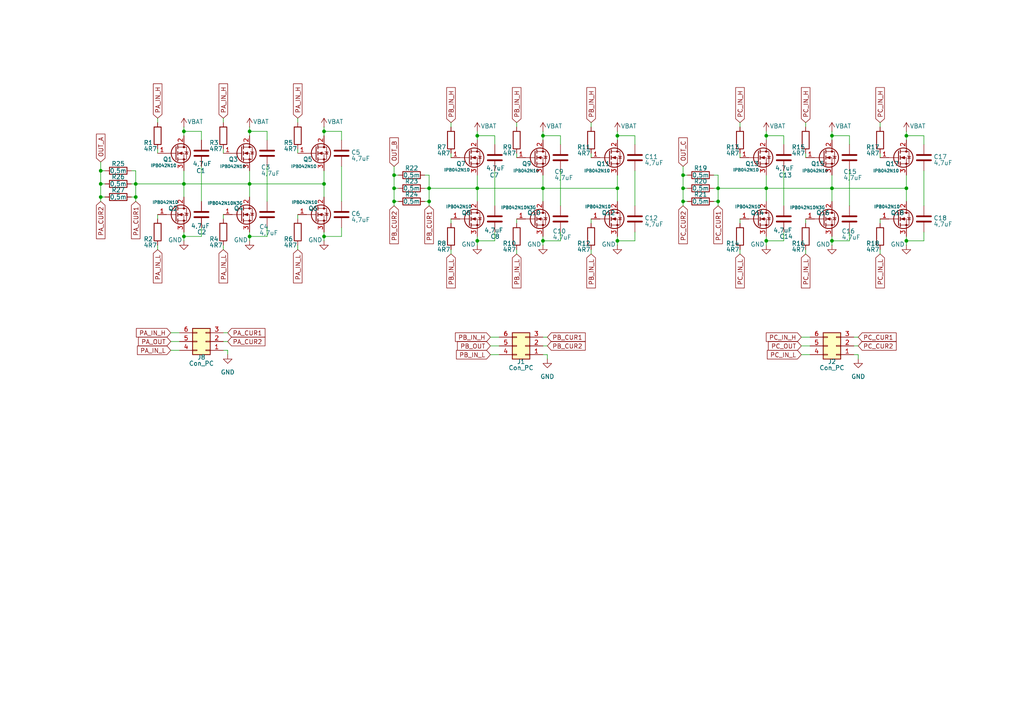
<source format=kicad_sch>
(kicad_sch (version 20250114) (generator "eeschema") (generator_version "9.0")
  (paper "A4")
  (lib_symbols
    (symbol "Connector_Generic:Conn_02x03_Top_Bottom" (pin_names (offset 1.016) (hide yes))
      (property "Reference" "J" (at 1.27 5.08 0))
      (property "Value" "Conn_02x03_Top_Bottom" (at 1.27 -5.08 0))
      (symbol "Conn_02x03_Top_Bottom_1_1"
        (rectangle (start -1.27 3.81) (end 3.81 -3.81) (stroke (width 0.254)) (fill (type background)))
        (rectangle (start -1.27 2.667) (end 0 2.413) (stroke (width 0.1524)))
        (rectangle (start -1.27 0.127) (end 0 -0.127) (stroke (width 0.1524)))
        (rectangle (start -1.27 -2.413) (end 0 -2.667) (stroke (width 0.1524)))
        (rectangle (start 3.81 2.667) (end 2.54 2.413) (stroke (width 0.1524)))
        (rectangle (start 3.81 0.127) (end 2.54 -0.127) (stroke (width 0.1524)))
        (rectangle (start 3.81 -2.413) (end 2.54 -2.667) (stroke (width 0.1524)))
        (pin passive line (at -5.08 2.54 0) (length 3.81) (name "Pin_1") (number "1"))
        (pin passive line (at -5.08 0 0) (length 3.81) (name "Pin_2") (number "2"))
        (pin passive line (at -5.08 -2.54 0) (length 3.81) (name "Pin_3") (number "3"))
        (pin passive line (at 7.62 2.54 180) (length 3.81) (name "Pin_4") (number "4"))
        (pin passive line (at 7.62 0 180) (length 3.81) (name "Pin_5") (number "5"))
        (pin passive line (at 7.62 -2.54 180) (length 3.81) (name "Pin_6") (number "6"))
      )
    )
    (symbol "Device:C" (pin_numbers (hide yes)) (pin_names (offset 0.254))
      (property "Reference" "C" (at 0.635 2.54 0))
      (property "Value" "C" (at 0.635 -2.54 0))
      (symbol "C_0_1"
        (polyline (pts (xy -2.032 0.762) (xy 2.032 0.762)) (stroke (width 0.508)))
        (polyline (pts (xy -2.032 -0.762) (xy 2.032 -0.762)) (stroke (width 0.508)))
      )
      (symbol "C_1_1"
        (pin passive line (at 0 3.81 270) (length 2.794) (name "~") (number "1"))
        (pin passive line (at 0 -3.81 90) (length 2.794) (name "~") (number "2"))
      )
    )
    (symbol "Device:R" (pin_numbers (hide yes)) (pin_names (offset 0))
      (property "Reference" "R" (at 2.032 0 90))
      (property "Value" "R" (at 0 0 90))
      (symbol "R_0_1"
        (rectangle (start -1.016 -2.54) (end 1.016 2.54) (stroke (width 0.254)))
      )
      (symbol "R_1_1"
        (pin passive line (at 0 3.81 270) (length 1.27) (name "~") (number "1"))
        (pin passive line (at 0 -3.81 90) (length 1.27) (name "~") (number "2"))
      )
    )
    (symbol "Transistor_FET:IRFS4321" (pin_names (hide yes))
      (property "Reference" "Q" (at 5.08 1.905 0))
      (property "Value" "IRFS4321" (at 5.08 0 0))
      (symbol "IRFS4321_0_1"
        (polyline (pts (xy 0.254 1.905) (xy 0.254 -1.905)) (stroke (width 0.254)))
        (polyline (pts (xy 0.254 0) (xy -2.54 0)))
        (polyline (pts (xy 0.762 2.286) (xy 0.762 1.27)) (stroke (width 0.254)))
        (polyline (pts (xy 0.762 0.508) (xy 0.762 -0.508)) (stroke (width 0.254)))
        (polyline (pts (xy 0.762 -1.27) (xy 0.762 -2.286)) (stroke (width 0.254)))
        (polyline (pts (xy 0.762 -1.778) (xy 3.302 -1.778) (xy 3.302 1.778) (xy 0.762 1.778)))
        (polyline (pts (xy 1.016 0) (xy 2.032 0.381) (xy 2.032 -0.381) (xy 1.016 0)) (fill (type outline)))
        (circle (center 1.651 0) (radius 2.794) (stroke (width 0.254)))
        (polyline (pts (xy 2.54 2.54) (xy 2.54 1.778)))
        (circle (center 2.54 1.778) (radius 0.254) (fill (type outline)))
        (circle (center 2.54 -1.778) (radius 0.254) (fill (type outline)))
        (polyline (pts (xy 2.54 -2.54) (xy 2.54 0) (xy 0.762 0)))
        (polyline (pts (xy 2.794 0.508) (xy 2.921 0.381) (xy 3.683 0.381) (xy 3.81 0.254)))
        (polyline (pts (xy 3.302 0.381) (xy 2.921 -0.254) (xy 3.683 -0.254) (xy 3.302 0.381)))
      )
      (symbol "IRFS4321_1_1"
        (pin passive line (at -5.08 0 0) (length 2.54) (name "G") (number "1"))
        (pin passive line (at 2.54 5.08 270) (length 2.54) (name "D") (number "2"))
        (pin passive line (at 2.54 -5.08 90) (length 2.54) (name "S") (number "3"))
      )
    )
    (symbol "power:GND" (power) (pin_numbers (hide yes)) (pin_names (offset 0) (hide yes))
      (property "Value" "GND" (at 0 -3.81 0))
      (symbol "GND_0_1"
        (polyline (pts (xy 0 0) (xy 0 -1.27) (xy 1.27 -1.27) (xy 0 -2.54) (xy -1.27 -1.27) (xy 0 -1.27)))
      )
      (symbol "GND_1_1"
        (pin power_in line (at 0 0 270) (length 0) (name "~") (number "1"))
      )
    )
    (symbol "power:VCC" (power) (pin_numbers (hide yes)) (pin_names (offset 0) (hide yes))
      (property "Value" "VCC" (at 0 3.556 0))
      (symbol "VCC_0_1"
        (polyline (pts (xy -0.762 1.27) (xy 0 2.54)))
        (polyline (pts (xy 0 2.54) (xy 0.762 1.27)))
        (polyline (pts (xy 0 0) (xy 0 2.54)))
      )
      (symbol "VCC_1_1"
        (pin power_in line (at 0 0 90) (length 0) (name "~") (number "1"))
      )
    )
  )
  (junction (at 198.12 58.42))
  (junction (at 157.48 69.85))
  (junction (at 262.89 69.85))
  (junction (at 198.12 54.61))
  (junction (at 53.34 53.34))
  (junction (at 93.98 53.34))
  (junction (at 179.07 39.37))
  (junction (at 138.43 69.85))
  (junction (at 241.3 39.37))
  (junction (at 262.89 54.61))
  (junction (at 157.48 39.37))
  (junction (at 114.3 54.61))
  (junction (at 208.28 54.61))
  (junction (at 53.34 38.1))
  (junction (at 208.28 58.42))
  (junction (at 138.43 39.37))
  (junction (at 262.89 39.37))
  (junction (at 179.07 54.61))
  (junction (at 29.21 57.15))
  (junction (at 29.21 49.53))
  (junction (at 72.39 68.58))
  (junction (at 39.37 53.34))
  (junction (at 124.46 58.42))
  (junction (at 138.43 54.61))
  (junction (at 93.98 38.1))
  (junction (at 39.37 57.15))
  (junction (at 222.25 69.85))
  (junction (at 72.39 38.1))
  (junction (at 179.07 69.85))
  (junction (at 222.25 39.37))
  (junction (at 72.39 53.34))
  (junction (at 114.3 58.42))
  (junction (at 222.25 54.61))
  (junction (at 241.3 69.85))
  (junction (at 157.48 54.61))
  (junction (at 53.34 68.58))
  (junction (at 198.12 50.8))
  (junction (at 114.3 50.8))
  (junction (at 29.21 53.34))
  (junction (at 241.3 54.61))
  (junction (at 124.46 54.61))
  (junction (at 93.98 68.58))
  (wire (pts (xy 162.56 67.31) (xy 162.56 69.85)))
  (wire (pts (xy 241.3 38.1) (xy 241.3 39.37)))
  (wire (pts (xy 157.48 54.61) (xy 179.07 54.61)))
  (wire (pts (xy 246.38 67.31) (xy 246.38 69.85)))
  (wire (pts (xy 45.72 34.29) (xy 45.72 35.56)))
  (wire (pts (xy 171.45 35.56) (xy 171.45 36.83)))
  (wire (pts (xy 124.46 58.42) (xy 123.19 58.42)))
  (wire (pts (xy 53.34 36.83) (xy 53.34 38.1)))
  (wire (pts (xy 72.39 36.83) (xy 72.39 38.1)))
  (wire (pts (xy 246.38 49.53) (xy 246.38 59.69)))
  (wire (pts (xy 77.47 38.1) (xy 72.39 38.1)))
  (wire (pts (xy 64.77 101.6) (xy 66.04 101.6)))
  (wire (pts (xy 99.06 38.1) (xy 93.98 38.1)))
  (wire (pts (xy 232.41 100.33) (xy 234.95 100.33)))
  (wire (pts (xy 184.15 41.91) (xy 184.15 39.37)))
  (wire (pts (xy 138.43 39.37) (xy 138.43 40.64)))
  (wire (pts (xy 93.98 67.31) (xy 93.98 68.58)))
  (wire (pts (xy 29.21 57.15) (xy 30.48 57.15)))
  (wire (pts (xy 247.65 102.87) (xy 248.92 102.87)))
  (wire (pts (xy 227.33 49.53) (xy 227.33 59.69)))
  (wire (pts (xy 157.48 100.33) (xy 158.75 100.33)))
  (wire (pts (xy 158.75 102.87) (xy 158.75 104.14)))
  (wire (pts (xy 179.07 71.12) (xy 179.07 69.85)))
  (wire (pts (xy 72.39 49.53) (xy 72.39 53.34)))
  (wire (pts (xy 222.25 50.8) (xy 222.25 54.61)))
  (wire (pts (xy 149.86 35.56) (xy 149.86 36.83)))
  (wire (pts (xy 222.25 71.12) (xy 222.25 69.85)))
  (wire (pts (xy 58.42 38.1) (xy 53.34 38.1)))
  (wire (pts (xy 114.3 58.42) (xy 115.57 58.42)))
  (wire (pts (xy 29.21 46.99) (xy 29.21 49.53)))
  (wire (pts (xy 222.25 54.61) (xy 241.3 54.61)))
  (wire (pts (xy 143.51 67.31) (xy 143.51 69.85)))
  (wire (pts (xy 114.3 50.8) (xy 114.3 54.61)))
  (wire (pts (xy 198.12 50.8) (xy 199.39 50.8)))
  (wire (pts (xy 157.48 38.1) (xy 157.48 39.37)))
  (wire (pts (xy 171.45 72.39) (xy 171.45 73.66)))
  (wire (pts (xy 29.21 49.53) (xy 30.48 49.53)))
  (wire (pts (xy 222.25 69.85) (xy 227.33 69.85)))
  (wire (pts (xy 86.36 34.29) (xy 86.36 35.56)))
  (wire (pts (xy 267.97 41.91) (xy 267.97 39.37)))
  (wire (pts (xy 45.72 62.23) (xy 45.72 63.5)))
  (wire (pts (xy 232.41 97.79) (xy 234.95 97.79)))
  (wire (pts (xy 233.68 63.5) (xy 233.68 64.77)))
  (wire (pts (xy 124.46 50.8) (xy 123.19 50.8)))
  (wire (pts (xy 267.97 67.31) (xy 267.97 69.85)))
  (wire (pts (xy 241.3 54.61) (xy 241.3 58.42)))
  (wire (pts (xy 247.65 100.33) (xy 248.92 100.33)))
  (wire (pts (xy 162.56 49.53) (xy 162.56 59.69)))
  (wire (pts (xy 53.34 49.53) (xy 53.34 53.34)))
  (wire (pts (xy 222.25 54.61) (xy 222.25 58.42)))
  (wire (pts (xy 64.77 43.18) (xy 64.77 44.45)))
  (wire (pts (xy 208.28 50.8) (xy 208.28 54.61)))
  (wire (pts (xy 262.89 38.1) (xy 262.89 39.37)))
  (wire (pts (xy 114.3 54.61) (xy 114.3 58.42)))
  (wire (pts (xy 93.98 53.34) (xy 93.98 57.15)))
  (wire (pts (xy 267.97 49.53) (xy 267.97 59.69)))
  (wire (pts (xy 198.12 58.42) (xy 199.39 58.42)))
  (wire (pts (xy 93.98 49.53) (xy 93.98 53.34)))
  (wire (pts (xy 232.41 102.87) (xy 234.95 102.87)))
  (wire (pts (xy 255.27 72.39) (xy 255.27 73.66)))
  (wire (pts (xy 241.3 68.58) (xy 241.3 69.85)))
  (wire (pts (xy 53.34 68.58) (xy 58.42 68.58)))
  (wire (pts (xy 149.86 72.39) (xy 149.86 73.66)))
  (wire (pts (xy 208.28 54.61) (xy 222.25 54.61)))
  (wire (pts (xy 262.89 50.8) (xy 262.89 54.61)))
  (wire (pts (xy 39.37 53.34) (xy 53.34 53.34)))
  (wire (pts (xy 93.98 68.58) (xy 99.06 68.58)))
  (wire (pts (xy 53.34 38.1) (xy 53.34 39.37)))
  (wire (pts (xy 58.42 66.04) (xy 58.42 68.58)))
  (wire (pts (xy 72.39 69.85) (xy 72.39 68.58)))
  (wire (pts (xy 45.72 71.12) (xy 45.72 72.39)))
  (wire (pts (xy 227.33 41.91) (xy 227.33 39.37)))
  (wire (pts (xy 64.77 71.12) (xy 64.77 72.39)))
  (wire (pts (xy 179.07 39.37) (xy 179.07 40.64)))
  (wire (pts (xy 222.25 39.37) (xy 222.25 40.64)))
  (wire (pts (xy 29.21 57.15) (xy 29.21 58.42)))
  (wire (pts (xy 157.48 68.58) (xy 157.48 69.85)))
  (wire (pts (xy 222.25 68.58) (xy 222.25 69.85)))
  (wire (pts (xy 157.48 50.8) (xy 157.48 54.61)))
  (wire (pts (xy 157.48 71.12) (xy 157.48 69.85)))
  (wire (pts (xy 138.43 54.61) (xy 138.43 58.42)))
  (wire (pts (xy 114.3 54.61) (xy 115.57 54.61)))
  (wire (pts (xy 130.81 44.45) (xy 130.81 45.72)))
  (wire (pts (xy 157.48 97.79) (xy 158.75 97.79)))
  (wire (pts (xy 142.24 100.33) (xy 144.78 100.33)))
  (wire (pts (xy 58.42 48.26) (xy 58.42 58.42)))
  (wire (pts (xy 93.98 38.1) (xy 93.98 39.37)))
  (wire (pts (xy 86.36 43.18) (xy 86.36 44.45)))
  (wire (pts (xy 248.92 102.87) (xy 248.92 104.14)))
  (wire (pts (xy 124.46 58.42) (xy 124.46 59.69)))
  (wire (pts (xy 171.45 63.5) (xy 171.45 64.77)))
  (wire (pts (xy 114.3 50.8) (xy 115.57 50.8)))
  (wire (pts (xy 99.06 48.26) (xy 99.06 58.42)))
  (wire (pts (xy 130.81 72.39) (xy 130.81 73.66)))
  (wire (pts (xy 267.97 39.37) (xy 262.89 39.37)))
  (wire (pts (xy 124.46 54.61) (xy 124.46 58.42)))
  (wire (pts (xy 184.15 67.31) (xy 184.15 69.85)))
  (wire (pts (xy 233.68 44.45) (xy 233.68 45.72)))
  (wire (pts (xy 29.21 53.34) (xy 30.48 53.34)))
  (wire (pts (xy 184.15 49.53) (xy 184.15 59.69)))
  (wire (pts (xy 157.48 102.87) (xy 158.75 102.87)))
  (wire (pts (xy 143.51 39.37) (xy 138.43 39.37)))
  (wire (pts (xy 64.77 99.06) (xy 66.04 99.06)))
  (wire (pts (xy 143.51 49.53) (xy 143.51 59.69)))
  (wire (pts (xy 255.27 44.45) (xy 255.27 45.72)))
  (wire (pts (xy 64.77 96.52) (xy 66.04 96.52)))
  (wire (pts (xy 53.34 53.34) (xy 72.39 53.34)))
  (wire (pts (xy 138.43 69.85) (xy 143.51 69.85)))
  (wire (pts (xy 49.53 96.52) (xy 52.07 96.52)))
  (wire (pts (xy 262.89 69.85) (xy 267.97 69.85)))
  (wire (pts (xy 247.65 97.79) (xy 248.92 97.79)))
  (wire (pts (xy 262.89 54.61) (xy 262.89 58.42)))
  (wire (pts (xy 39.37 57.15) (xy 39.37 58.42)))
  (wire (pts (xy 198.12 50.8) (xy 198.12 54.61)))
  (wire (pts (xy 179.07 54.61) (xy 179.07 58.42)))
  (wire (pts (xy 124.46 50.8) (xy 124.46 54.61)))
  (wire (pts (xy 39.37 53.34) (xy 39.37 57.15)))
  (wire (pts (xy 198.12 58.42) (xy 198.12 59.69)))
  (wire (pts (xy 262.89 71.12) (xy 262.89 69.85)))
  (wire (pts (xy 262.89 68.58) (xy 262.89 69.85)))
  (wire (pts (xy 233.68 72.39) (xy 233.68 73.66)))
  (wire (pts (xy 99.06 66.04) (xy 99.06 68.58)))
  (wire (pts (xy 171.45 44.45) (xy 171.45 45.72)))
  (wire (pts (xy 179.07 50.8) (xy 179.07 54.61)))
  (wire (pts (xy 53.34 53.34) (xy 53.34 57.15)))
  (wire (pts (xy 246.38 41.91) (xy 246.38 39.37)))
  (wire (pts (xy 39.37 49.53) (xy 38.1 49.53)))
  (wire (pts (xy 64.77 34.29) (xy 64.77 35.56)))
  (wire (pts (xy 208.28 50.8) (xy 207.01 50.8)))
  (wire (pts (xy 64.77 62.23) (xy 64.77 63.5)))
  (wire (pts (xy 39.37 57.15) (xy 38.1 57.15)))
  (wire (pts (xy 39.37 53.34) (xy 38.1 53.34)))
  (wire (pts (xy 149.86 44.45) (xy 149.86 45.72)))
  (wire (pts (xy 124.46 54.61) (xy 138.43 54.61)))
  (wire (pts (xy 214.63 63.5) (xy 214.63 64.77)))
  (wire (pts (xy 66.04 101.6) (xy 66.04 102.87)))
  (wire (pts (xy 157.48 39.37) (xy 157.48 40.64)))
  (wire (pts (xy 208.28 54.61) (xy 208.28 58.42)))
  (wire (pts (xy 77.47 66.04) (xy 77.47 68.58)))
  (wire (pts (xy 222.25 38.1) (xy 222.25 39.37)))
  (wire (pts (xy 138.43 50.8) (xy 138.43 54.61)))
  (wire (pts (xy 246.38 39.37) (xy 241.3 39.37)))
  (wire (pts (xy 214.63 35.56) (xy 214.63 36.83)))
  (wire (pts (xy 93.98 69.85) (xy 93.98 68.58)))
  (wire (pts (xy 72.39 53.34) (xy 93.98 53.34)))
  (wire (pts (xy 45.72 43.18) (xy 45.72 44.45)))
  (wire (pts (xy 142.24 97.79) (xy 144.78 97.79)))
  (wire (pts (xy 262.89 39.37) (xy 262.89 40.64)))
  (wire (pts (xy 157.48 54.61) (xy 157.48 58.42)))
  (wire (pts (xy 53.34 67.31) (xy 53.34 68.58)))
  (wire (pts (xy 198.12 54.61) (xy 199.39 54.61)))
  (wire (pts (xy 72.39 53.34) (xy 72.39 57.15)))
  (wire (pts (xy 93.98 36.83) (xy 93.98 38.1)))
  (wire (pts (xy 255.27 35.56) (xy 255.27 36.83)))
  (wire (pts (xy 241.3 50.8) (xy 241.3 54.61)))
  (wire (pts (xy 39.37 49.53) (xy 39.37 53.34)))
  (wire (pts (xy 130.81 35.56) (xy 130.81 36.83)))
  (wire (pts (xy 179.07 69.85) (xy 184.15 69.85)))
  (wire (pts (xy 114.3 58.42) (xy 114.3 59.69)))
  (wire (pts (xy 227.33 67.31) (xy 227.33 69.85)))
  (wire (pts (xy 233.68 35.56) (xy 233.68 36.83)))
  (wire (pts (xy 179.07 38.1) (xy 179.07 39.37)))
  (wire (pts (xy 162.56 39.37) (xy 157.48 39.37)))
  (wire (pts (xy 138.43 54.61) (xy 157.48 54.61)))
  (wire (pts (xy 241.3 39.37) (xy 241.3 40.64)))
  (wire (pts (xy 143.51 41.91) (xy 143.51 39.37)))
  (wire (pts (xy 179.07 68.58) (xy 179.07 69.85)))
  (wire (pts (xy 138.43 38.1) (xy 138.43 39.37)))
  (wire (pts (xy 29.21 53.34) (xy 29.21 57.15)))
  (wire (pts (xy 214.63 44.45) (xy 214.63 45.72)))
  (wire (pts (xy 208.28 58.42) (xy 207.01 58.42)))
  (wire (pts (xy 227.33 39.37) (xy 222.25 39.37)))
  (wire (pts (xy 124.46 54.61) (xy 123.19 54.61)))
  (wire (pts (xy 49.53 101.6) (xy 52.07 101.6)))
  (wire (pts (xy 198.12 48.26) (xy 198.12 50.8)))
  (wire (pts (xy 29.21 49.53) (xy 29.21 53.34)))
  (wire (pts (xy 241.3 71.12) (xy 241.3 69.85)))
  (wire (pts (xy 138.43 71.12) (xy 138.43 69.85)))
  (wire (pts (xy 58.42 40.64) (xy 58.42 38.1)))
  (wire (pts (xy 72.39 68.58) (xy 77.47 68.58)))
  (wire (pts (xy 86.36 71.12) (xy 86.36 72.39)))
  (wire (pts (xy 114.3 48.26) (xy 114.3 50.8)))
  (wire (pts (xy 53.34 69.85) (xy 53.34 68.58)))
  (wire (pts (xy 142.24 102.87) (xy 144.78 102.87)))
  (wire (pts (xy 72.39 67.31) (xy 72.39 68.58)))
  (wire (pts (xy 49.53 99.06) (xy 52.07 99.06)))
  (wire (pts (xy 157.48 69.85) (xy 162.56 69.85)))
  (wire (pts (xy 198.12 54.61) (xy 198.12 58.42)))
  (wire (pts (xy 130.81 63.5) (xy 130.81 64.77)))
  (wire (pts (xy 184.15 39.37) (xy 179.07 39.37)))
  (wire (pts (xy 162.56 41.91) (xy 162.56 39.37)))
  (wire (pts (xy 208.28 54.61) (xy 207.01 54.61)))
  (wire (pts (xy 149.86 63.5) (xy 149.86 64.77)))
  (wire (pts (xy 86.36 62.23) (xy 86.36 63.5)))
  (wire (pts (xy 208.28 58.42) (xy 208.28 59.69)))
  (wire (pts (xy 241.3 69.85) (xy 246.38 69.85)))
  (wire (pts (xy 214.63 72.39) (xy 214.63 73.66)))
  (wire (pts (xy 77.47 40.64) (xy 77.47 38.1)))
  (wire (pts (xy 72.39 38.1) (xy 72.39 39.37)))
  (wire (pts (xy 99.06 40.64) (xy 99.06 38.1)))
  (wire (pts (xy 255.27 63.5) (xy 255.27 64.77)))
  (wire (pts (xy 138.43 68.58) (xy 138.43 69.85)))
  (wire (pts (xy 77.47 48.26) (xy 77.47 58.42)))
  (wire (pts (xy 241.3 54.61) (xy 262.89 54.61)))
  (global_label "PC_CUR2" (shape input) (at 198.12 59.69 270) (property "Intersheetrefs" "${INTERSHEET_REFS}" (effects (hide yes))))
  (global_label "PB_IN_H" (shape input) (at 130.81 35.56 90) (property "Intersheetrefs" "${INTERSHEET_REFS}" (effects (hide yes))))
  (global_label "PA_OUT" (shape input) (at 49.53 99.06 180) (property "Intersheetrefs" "${INTERSHEET_REFS}" (effects (hide yes))))
  (global_label "PA_IN_H" (shape input) (at 45.72 34.29 90) (property "Intersheetrefs" "${INTERSHEET_REFS}" (effects (hide yes))))
  (global_label "PB_IN_L" (shape input) (at 130.81 73.66 270) (property "Intersheetrefs" "${INTERSHEET_REFS}" (effects (hide yes))))
  (global_label "PC_CUR2" (shape input) (at 248.92 100.33 0) (property "Intersheetrefs" "${INTERSHEET_REFS}" (effects (hide yes))))
  (global_label "PB_IN_H" (shape input) (at 149.86 35.56 90) (property "Intersheetrefs" "${INTERSHEET_REFS}" (effects (hide yes))))
  (global_label "PA_CUR2" (shape input) (at 66.04 99.06 0) (property "Intersheetrefs" "${INTERSHEET_REFS}" (effects (hide yes))))
  (global_label "PB_IN_H" (shape input) (at 171.45 35.56 90) (property "Intersheetrefs" "${INTERSHEET_REFS}" (effects (hide yes))))
  (global_label "PC_CUR1" (shape input) (at 248.92 97.79 0) (property "Intersheetrefs" "${INTERSHEET_REFS}" (effects (hide yes))))
  (global_label "PC_IN_L" (shape input) (at 233.68 73.66 270) (property "Intersheetrefs" "${INTERSHEET_REFS}" (effects (hide yes))))
  (global_label "OUT_C" (shape input) (at 198.12 48.26 90) (property "Intersheetrefs" "${INTERSHEET_REFS}" (effects (hide yes))))
  (global_label "PC_IN_L" (shape input) (at 232.41 102.87 180) (property "Intersheetrefs" "${INTERSHEET_REFS}" (effects (hide yes))))
  (global_label "PA_IN_L" (shape input) (at 45.72 72.39 270) (property "Intersheetrefs" "${INTERSHEET_REFS}" (effects (hide yes))))
  (global_label "PC_CUR1" (shape input) (at 208.28 59.69 270) (property "Intersheetrefs" "${INTERSHEET_REFS}" (effects (hide yes))))
  (global_label "PA_CUR1" (shape input) (at 39.37 58.42 270) (property "Intersheetrefs" "${INTERSHEET_REFS}" (effects (hide yes))))
  (global_label "PB_CUR1" (shape input) (at 158.75 97.79 0) (property "Intersheetrefs" "${INTERSHEET_REFS}" (effects (hide yes))))
  (global_label "PA_IN_H" (shape input) (at 64.77 34.29 90) (property "Intersheetrefs" "${INTERSHEET_REFS}" (effects (hide yes))))
  (global_label "PB_IN_H" (shape input) (at 142.24 97.79 180) (property "Intersheetrefs" "${INTERSHEET_REFS}" (effects (hide yes))))
  (global_label "PC_IN_L" (shape input) (at 255.27 73.66 270) (property "Intersheetrefs" "${INTERSHEET_REFS}" (effects (hide yes))))
  (global_label "PC_IN_H" (shape input) (at 232.41 97.79 180) (property "Intersheetrefs" "${INTERSHEET_REFS}" (effects (hide yes))))
  (global_label "PB_OUT" (shape input) (at 142.24 100.33 180) (property "Intersheetrefs" "${INTERSHEET_REFS}" (effects (hide yes))))
  (global_label "PB_IN_L" (shape input) (at 142.24 102.87 180) (property "Intersheetrefs" "${INTERSHEET_REFS}" (effects (hide yes))))
  (global_label "PC_IN_H" (shape input) (at 255.27 35.56 90) (property "Intersheetrefs" "${INTERSHEET_REFS}" (effects (hide yes))))
  (global_label "PA_CUR2" (shape input) (at 29.21 58.42 270) (property "Intersheetrefs" "${INTERSHEET_REFS}" (effects (hide yes))))
  (global_label "OUT_A" (shape input) (at 29.21 46.99 90) (property "Intersheetrefs" "${INTERSHEET_REFS}" (effects (hide yes))))
  (global_label "PB_IN_L" (shape input) (at 171.45 73.66 270) (property "Intersheetrefs" "${INTERSHEET_REFS}" (effects (hide yes))))
  (global_label "PB_CUR1" (shape input) (at 124.46 59.69 270) (property "Intersheetrefs" "${INTERSHEET_REFS}" (effects (hide yes))))
  (global_label "PC_IN_L" (shape input) (at 214.63 73.66 270) (property "Intersheetrefs" "${INTERSHEET_REFS}" (effects (hide yes))))
  (global_label "PA_IN_L" (shape input) (at 64.77 72.39 270) (property "Intersheetrefs" "${INTERSHEET_REFS}" (effects (hide yes))))
  (global_label "PC_OUT" (shape input) (at 232.41 100.33 180) (property "Intersheetrefs" "${INTERSHEET_REFS}" (effects (hide yes))))
  (global_label "OUT_B" (shape input) (at 114.3 48.26 90) (property "Intersheetrefs" "${INTERSHEET_REFS}" (effects (hide yes))))
  (global_label "PA_IN_H" (shape input) (at 49.53 96.52 180) (property "Intersheetrefs" "${INTERSHEET_REFS}" (effects (hide yes))))
  (global_label "PA_IN_L" (shape input) (at 49.53 101.6 180) (property "Intersheetrefs" "${INTERSHEET_REFS}" (effects (hide yes))))
  (global_label "PB_CUR2" (shape input) (at 158.75 100.33 0) (property "Intersheetrefs" "${INTERSHEET_REFS}" (effects (hide yes))))
  (global_label "PA_IN_L" (shape input) (at 86.36 72.39 270) (property "Intersheetrefs" "${INTERSHEET_REFS}" (effects (hide yes))))
  (global_label "PA_CUR1" (shape input) (at 66.04 96.52 0) (property "Intersheetrefs" "${INTERSHEET_REFS}" (effects (hide yes))))
  (global_label "PC_IN_H" (shape input) (at 214.63 35.56 90) (property "Intersheetrefs" "${INTERSHEET_REFS}" (effects (hide yes))))
  (global_label "PB_CUR2" (shape input) (at 114.3 59.69 270) (property "Intersheetrefs" "${INTERSHEET_REFS}" (effects (hide yes))))
  (global_label "PC_IN_H" (shape input) (at 233.68 35.56 90) (property "Intersheetrefs" "${INTERSHEET_REFS}" (effects (hide yes))))
  (global_label "PB_IN_L" (shape input) (at 149.86 73.66 270) (property "Intersheetrefs" "${INTERSHEET_REFS}" (effects (hide yes))))
  (global_label "PA_IN_H" (shape input) (at 86.36 34.29 90) (property "Intersheetrefs" "${INTERSHEET_REFS}" (effects (hide yes))))
  (symbol (lib_id "Device:R") (at 255.27 40.64 0) (unit 1)
    (property "Reference" "R17" (at 251.206 42.672 0) (effects (justify left)))
    (property "Value" "4R7" (at 251.206 44.45 0) (effects (justify left)))
    (property "Footprint" "Resistor_SMD:R_0603_1608Metric" (effects (hide yes)))
    (property "Description" "Resistor" (effects (hide yes)))
  )
  (symbol (lib_id "Device:R") (at 45.72 67.31 0) (unit 1)
    (property "Reference" "R2" (at 41.656 69.342 0) (effects (justify left)))
    (property "Value" "4R7" (at 41.656 71.12 0) (effects (justify left)))
    (property "Footprint" "Resistor_SMD:R_0603_1608Metric" (effects (hide yes)))
    (property "Description" "Resistor" (effects (hide yes)))
  )
  (symbol (lib_id "Device:R") (at 86.36 39.37 0) (unit 1)
    (property "Reference" "R5" (at 82.296 41.402 0) (effects (justify left)))
    (property "Value" "4R7" (at 82.296 43.18 0) (effects (justify left)))
    (property "Footprint" "Resistor_SMD:R_0603_1608Metric" (effects (hide yes)))
    (property "Description" "Resistor" (effects (hide yes)))
  )
  (symbol (lib_id "power:VCC") (at 93.98 36.83 0) (unit 1)
    (property "Reference" "#PWR05" (effects (hide yes)))
    (property "Value" "VBAT" (at 97.282 35.306 0))
    (property "Description" "Power symbol creates a global label with name \"VCC\"" (effects (hide yes)))
  )
  (symbol (lib_id "Connector_Generic:Conn_02x03_Top_Bottom") (at 59.69 99.06 180) (unit 1)
    (property "Reference" "J8" (at 58.42 103.632 0))
    (property "Value" "Con_PC" (at 58.42 105.41 0))
    (property "Footprint" "Connector_PinHeader_2.54mm:PinHeader_2x03_P2.54mm_Vertical" (effects (hide yes)))
    (property "Description" "Generic connector, double row, 02x03, top/bottom pin numbering scheme (row 1: 1...pins_per_row, row2: pins_per_row+1 ... num_pins), script generated (kicad-library-utils/schlib/autogen/connector/)" (effects (hide yes)))
  )
  (symbol (lib_id "Device:C") (at 267.97 63.5 0) (unit 1)
    (property "Reference" "C18" (at 270.764 63.246 0) (effects (justify left)))
    (property "Value" "4,7uF" (at 270.764 65.024 0) (effects (justify left)))
    (property "Footprint" "Capacitor_SMD:C_1210_3225Metric" (effects (hide yes)))
    (property "Description" "Unpolarized capacitor" (effects (hide yes)))
  )
  (symbol (lib_id "Device:C") (at 99.06 62.23 0) (unit 1)
    (property "Reference" "C6" (at 101.854 61.976 0) (effects (justify left)))
    (property "Value" "4,7uF" (at 101.854 63.754 0) (effects (justify left)))
    (property "Footprint" "Capacitor_SMD:C_1210_3225Metric" (effects (hide yes)))
    (property "Description" "Unpolarized capacitor" (effects (hide yes)))
  )
  (symbol (lib_id "Transistor_FET:IRFS4321") (at 91.44 62.23 0) (unit 1)
    (property "Reference" "Q6" (at 89.408 60.452 0) (effects (justify left)))
    (property "Value" "IPB042N10" (at 84.582 58.674 0) (effects (font (size 0.889 0.889)) (justify left)))
    (property "Footprint" "Package_TO_SOT_SMD:TO-263-2" (effects (hide yes)))
    (property "Datasheet" "https://www.infineon.com/dgdl/irfs4321pbf.pdf?fileId=5546d462533600a40153563a20dd21ad" (effects (hide yes)))
    (property "Description" "85A Id, 150V Vds, 12mOhm Rds, N-Channel HEXFET Power MOSFET, D2PAK" (effects (hide yes)))
  )
  (symbol (lib_id "Device:R") (at 203.2 54.61 90) (unit 1)
    (property "Reference" "R20" (at 203.2 52.578 90))
    (property "Value" "0,5m" (at 203.2 54.61 90))
    (property "Footprint" "Resistor_SMD:R_2512_6332Metric" (effects (hide yes)))
    (property "Description" "Resistor" (effects (hide yes)))
  )
  (symbol (lib_id "Device:C") (at 99.06 44.45 0) (unit 1)
    (property "Reference" "C5" (at 101.854 44.196 0) (effects (justify left)))
    (property "Value" "4,7uF" (at 101.854 45.974 0) (effects (justify left)))
    (property "Footprint" "Capacitor_SMD:C_1210_3225Metric" (effects (hide yes)))
    (property "Description" "Unpolarized capacitor" (effects (hide yes)))
  )
  (symbol (lib_id "Transistor_FET:IRFS4321") (at 135.89 63.5 0) (unit 1)
    (property "Reference" "Q8" (at 133.858 61.722 0) (effects (justify left)))
    (property "Value" "IPB042N10" (at 129.286 59.944 0) (effects (font (size 0.889 0.889)) (justify left)))
    (property "Footprint" "Package_TO_SOT_SMD:TO-263-2" (effects (hide yes)))
    (property "Datasheet" "https://www.infineon.com/dgdl/irfs4321pbf.pdf?fileId=5546d462533600a40153563a20dd21ad" (effects (hide yes)))
    (property "Description" "85A Id, 150V Vds, 12mOhm Rds, N-Channel HEXFET Power MOSFET, D2PAK" (effects (hide yes)))
  )
  (symbol (lib_id "Transistor_FET:IRFS4321") (at 50.8 44.45 0) (unit 1)
    (property "Reference" "Q1" (at 47.244 46.228 0) (effects (justify left)))
    (property "Value" "IPB042N10" (at 43.688 48.006 0) (effects (font (size 0.889 0.889)) (justify left)))
    (property "Footprint" "Package_TO_SOT_SMD:TO-263-2" (effects (hide yes)))
    (property "Datasheet" "https://www.infineon.com/dgdl/irfs4321pbf.pdf?fileId=5546d462533600a40153563a20dd21ad" (effects (hide yes)))
    (property "Description" "85A Id, 150V Vds, 12mOhm Rds, N-Channel HEXFET Power MOSFET, D2PAK" (effects (hide yes)))
  )
  (symbol (lib_id "power:GND") (at 93.98 69.85 0) (unit 1)
    (property "Reference" "#PWR06" (effects (hide yes)))
    (property "Value" "GND" (at 91.44 69.596 0))
    (property "Description" "Power symbol creates a global label with name \"GND\" , ground" (effects (hide yes)))
  )
  (symbol (lib_id "Transistor_FET:IRFS4321") (at 154.94 45.72 0) (unit 1)
    (property "Reference" "Q9" (at 151.384 47.498 0) (effects (justify left)))
    (property "Value" "IPB042N10" (at 148.844 49.53 0) (effects (font (size 0.889 0.889)) (justify left)))
    (property "Footprint" "Package_TO_SOT_SMD:TO-263-2" (effects (hide yes)))
    (property "Datasheet" "https://www.infineon.com/dgdl/irfs4321pbf.pdf?fileId=5546d462533600a40153563a20dd21ad" (effects (hide yes)))
    (property "Description" "85A Id, 150V Vds, 12mOhm Rds, N-Channel HEXFET Power MOSFET, D2PAK" (effects (hide yes)))
  )
  (symbol (lib_id "power:GND") (at 66.04 102.87 0) (unit 1)
    (property "Reference" "#PWR019" (effects (hide yes)))
    (property "Value" "GND" (at 66.04 107.95 0))
    (property "Description" "Power symbol creates a global label with name \"GND\" , ground" (effects (hide yes)))
  )
  (symbol (lib_id "Device:R") (at 34.29 49.53 90) (unit 1)
    (property "Reference" "R25" (at 34.29 47.498 90))
    (property "Value" "0,5m" (at 34.29 49.53 90))
    (property "Footprint" "Resistor_SMD:R_2512_6332Metric" (effects (hide yes)))
    (property "Description" "Resistor" (effects (hide yes)))
  )
  (symbol (lib_id "power:VCC") (at 157.48 38.1 0) (unit 1)
    (property "Reference" "#PWR09" (effects (hide yes)))
    (property "Value" "VBAT" (at 160.782 36.576 0))
    (property "Description" "Power symbol creates a global label with name \"VCC\"" (effects (hide yes)))
  )
  (symbol (lib_id "power:GND") (at 158.75 104.14 0) (unit 1)
    (property "Reference" "#PWR020" (effects (hide yes)))
    (property "Value" "GND" (at 158.75 109.22 0))
    (property "Description" "Power symbol creates a global label with name \"GND\" , ground" (effects (hide yes)))
  )
  (symbol (lib_id "Transistor_FET:IRFS4321") (at 69.85 62.23 0) (unit 1)
    (property "Reference" "Q4" (at 67.818 60.452 0) (effects (justify left)))
    (property "Value" "IPB042N10N3G" (at 60.198 58.928 0) (effects (font (size 0.889 0.889)) (justify left)))
    (property "Footprint" "Package_TO_SOT_SMD:TO-263-2" (effects (hide yes)))
    (property "Datasheet" "https://www.infineon.com/dgdl/irfs4321pbf.pdf?fileId=5546d462533600a40153563a20dd21ad" (effects (hide yes)))
    (property "Description" "85A Id, 150V Vds, 12mOhm Rds, N-Channel HEXFET Power MOSFET, D2PAK" (effects (hide yes)))
  )
  (symbol (lib_id "Device:C") (at 246.38 45.72 0) (unit 1)
    (property "Reference" "C15" (at 244.602 49.784 0) (effects (justify left)))
    (property "Value" "4,7uF" (at 244.602 51.562 0) (effects (justify left)))
    (property "Footprint" "Capacitor_SMD:C_1210_3225Metric" (effects (hide yes)))
    (property "Description" "Unpolarized capacitor" (effects (hide yes)))
  )
  (symbol (lib_id "Device:R") (at 64.77 39.37 0) (unit 1)
    (property "Reference" "R3" (at 60.706 41.402 0) (effects (justify left)))
    (property "Value" "4R7" (at 60.706 43.18 0) (effects (justify left)))
    (property "Footprint" "Resistor_SMD:R_0603_1608Metric" (effects (hide yes)))
    (property "Description" "Resistor" (effects (hide yes)))
  )
  (symbol (lib_id "Device:R") (at 86.36 67.31 0) (unit 1)
    (property "Reference" "R6" (at 82.296 69.342 0) (effects (justify left)))
    (property "Value" "4R7" (at 82.296 71.12 0) (effects (justify left)))
    (property "Footprint" "Resistor_SMD:R_0603_1608Metric" (effects (hide yes)))
    (property "Description" "Resistor" (effects (hide yes)))
  )
  (symbol (lib_id "Transistor_FET:IRFS4321") (at 238.76 45.72 0) (unit 1)
    (property "Reference" "Q15" (at 235.204 47.498 0) (effects (justify left)))
    (property "Value" "IPB042N10" (at 232.664 49.53 0) (effects (font (size 0.889 0.889)) (justify left)))
    (property "Footprint" "Package_TO_SOT_SMD:TO-263-2" (effects (hide yes)))
    (property "Datasheet" "https://www.infineon.com/dgdl/irfs4321pbf.pdf?fileId=5546d462533600a40153563a20dd21ad" (effects (hide yes)))
    (property "Description" "85A Id, 150V Vds, 12mOhm Rds, N-Channel HEXFET Power MOSFET, D2PAK" (effects (hide yes)))
  )
  (symbol (lib_id "power:GND") (at 53.34 69.85 0) (unit 1)
    (property "Reference" "#PWR01" (effects (hide yes)))
    (property "Value" "GND" (at 50.8 69.596 0))
    (property "Description" "Power symbol creates a global label with name \"GND\" , ground" (effects (hide yes)))
  )
  (symbol (lib_id "Device:R") (at 171.45 68.58 0) (unit 1)
    (property "Reference" "R12" (at 167.386 70.612 0) (effects (justify left)))
    (property "Value" "4R7" (at 167.386 72.39 0) (effects (justify left)))
    (property "Footprint" "Resistor_SMD:R_0603_1608Metric" (effects (hide yes)))
    (property "Description" "Resistor" (effects (hide yes)))
  )
  (symbol (lib_id "Device:R") (at 149.86 68.58 0) (unit 1)
    (property "Reference" "R10" (at 145.796 70.612 0) (effects (justify left)))
    (property "Value" "4R7" (at 145.796 72.39 0) (effects (justify left)))
    (property "Footprint" "Resistor_SMD:R_0603_1608Metric" (effects (hide yes)))
    (property "Description" "Resistor" (effects (hide yes)))
  )
  (symbol (lib_id "Device:R") (at 64.77 67.31 0) (unit 1)
    (property "Reference" "R4" (at 60.706 69.342 0) (effects (justify left)))
    (property "Value" "4R7" (at 60.706 71.12 0) (effects (justify left)))
    (property "Footprint" "Resistor_SMD:R_0603_1608Metric" (effects (hide yes)))
    (property "Description" "Resistor" (effects (hide yes)))
  )
  (symbol (lib_id "Transistor_FET:IRFS4321") (at 238.76 63.5 0) (unit 1)
    (property "Reference" "Q16" (at 236.728 61.722 0) (effects (justify left)))
    (property "Value" "IPB042N10N3G" (at 229.108 60.198 0) (effects (font (size 0.889 0.889)) (justify left)))
    (property "Footprint" "Package_TO_SOT_SMD:TO-263-2" (effects (hide yes)))
    (property "Datasheet" "https://www.infineon.com/dgdl/irfs4321pbf.pdf?fileId=5546d462533600a40153563a20dd21ad" (effects (hide yes)))
    (property "Description" "85A Id, 150V Vds, 12mOhm Rds, N-Channel HEXFET Power MOSFET, D2PAK" (effects (hide yes)))
  )
  (symbol (lib_id "Device:R") (at 203.2 58.42 90) (unit 1)
    (property "Reference" "R21" (at 203.2 56.388 90))
    (property "Value" "0,5m" (at 203.2 58.42 90))
    (property "Footprint" "Resistor_SMD:R_2512_6332Metric" (effects (hide yes)))
    (property "Description" "Resistor" (effects (hide yes)))
  )
  (symbol (lib_id "Device:R") (at 171.45 40.64 0) (unit 1)
    (property "Reference" "R11" (at 167.386 42.672 0) (effects (justify left)))
    (property "Value" "4R7" (at 167.386 44.45 0) (effects (justify left)))
    (property "Footprint" "Resistor_SMD:R_0603_1608Metric" (effects (hide yes)))
    (property "Description" "Resistor" (effects (hide yes)))
  )
  (symbol (lib_id "Device:R") (at 214.63 40.64 0) (unit 1)
    (property "Reference" "R13" (at 210.566 42.672 0) (effects (justify left)))
    (property "Value" "4R7" (at 210.566 44.45 0) (effects (justify left)))
    (property "Footprint" "Resistor_SMD:R_0603_1608Metric" (effects (hide yes)))
    (property "Description" "Resistor" (effects (hide yes)))
  )
  (symbol (lib_id "Transistor_FET:IRFS4321") (at 135.89 45.72 0) (unit 1)
    (property "Reference" "Q7" (at 132.334 47.498 0) (effects (justify left)))
    (property "Value" "IPB042N10" (at 128.778 49.276 0) (effects (font (size 0.889 0.889)) (justify left)))
    (property "Footprint" "Package_TO_SOT_SMD:TO-263-2" (effects (hide yes)))
    (property "Datasheet" "https://www.infineon.com/dgdl/irfs4321pbf.pdf?fileId=5546d462533600a40153563a20dd21ad" (effects (hide yes)))
    (property "Description" "85A Id, 150V Vds, 12mOhm Rds, N-Channel HEXFET Power MOSFET, D2PAK" (effects (hide yes)))
  )
  (symbol (lib_id "Device:R") (at 149.86 40.64 0) (unit 1)
    (property "Reference" "R9" (at 145.796 42.672 0) (effects (justify left)))
    (property "Value" "4R7" (at 145.796 44.45 0) (effects (justify left)))
    (property "Footprint" "Resistor_SMD:R_0603_1608Metric" (effects (hide yes)))
    (property "Description" "Resistor" (effects (hide yes)))
  )
  (symbol (lib_id "Device:C") (at 162.56 45.72 0) (unit 1)
    (property "Reference" "C9" (at 160.782 49.784 0) (effects (justify left)))
    (property "Value" "4,7uF" (at 160.782 51.562 0) (effects (justify left)))
    (property "Footprint" "Capacitor_SMD:C_1210_3225Metric" (effects (hide yes)))
    (property "Description" "Unpolarized capacitor" (effects (hide yes)))
  )
  (symbol (lib_id "Device:C") (at 227.33 45.72 0) (unit 1)
    (property "Reference" "C13" (at 225.806 50.8 0) (effects (justify left)))
    (property "Value" "4,7uF" (at 224.79 48.768 0) (effects (justify left)))
    (property "Footprint" "Capacitor_SMD:C_1210_3225Metric" (effects (hide yes)))
    (property "Description" "Unpolarized capacitor" (effects (hide yes)))
  )
  (symbol (lib_id "power:GND") (at 262.89 71.12 0) (unit 1)
    (property "Reference" "#PWR018" (effects (hide yes)))
    (property "Value" "GND" (at 260.35 70.866 0))
    (property "Description" "Power symbol creates a global label with name \"GND\" , ground" (effects (hide yes)))
  )
  (symbol (lib_id "power:VCC") (at 72.39 36.83 0) (unit 1)
    (property "Reference" "#PWR03" (effects (hide yes)))
    (property "Value" "VBAT" (at 75.692 35.306 0))
    (property "Description" "Power symbol creates a global label with name \"VCC\"" (effects (hide yes)))
  )
  (symbol (lib_id "Transistor_FET:IRFS4321") (at 260.35 63.5 0) (unit 1)
    (property "Reference" "Q18" (at 258.318 61.722 0) (effects (justify left)))
    (property "Value" "IPB042N10" (at 253.492 59.944 0) (effects (font (size 0.889 0.889)) (justify left)))
    (property "Footprint" "Package_TO_SOT_SMD:TO-263-2" (effects (hide yes)))
    (property "Datasheet" "https://www.infineon.com/dgdl/irfs4321pbf.pdf?fileId=5546d462533600a40153563a20dd21ad" (effects (hide yes)))
    (property "Description" "85A Id, 150V Vds, 12mOhm Rds, N-Channel HEXFET Power MOSFET, D2PAK" (effects (hide yes)))
  )
  (symbol (lib_id "Transistor_FET:IRFS4321") (at 176.53 63.5 0) (unit 1)
    (property "Reference" "Q12" (at 174.498 61.722 0) (effects (justify left)))
    (property "Value" "IPB042N10" (at 169.672 59.944 0) (effects (font (size 0.889 0.889)) (justify left)))
    (property "Footprint" "Package_TO_SOT_SMD:TO-263-2" (effects (hide yes)))
    (property "Datasheet" "https://www.infineon.com/dgdl/irfs4321pbf.pdf?fileId=5546d462533600a40153563a20dd21ad" (effects (hide yes)))
    (property "Description" "85A Id, 150V Vds, 12mOhm Rds, N-Channel HEXFET Power MOSFET, D2PAK" (effects (hide yes)))
  )
  (symbol (lib_id "Device:C") (at 143.51 63.5 0) (unit 1)
    (property "Reference" "C8" (at 142.24 68.58 0) (effects (justify left)))
    (property "Value" "4,7uF" (at 140.462 66.802 0) (effects (justify left)))
    (property "Footprint" "Capacitor_SMD:C_1210_3225Metric" (effects (hide yes)))
    (property "Description" "Unpolarized capacitor" (effects (hide yes)))
  )
  (symbol (lib_id "power:GND") (at 72.39 69.85 0) (unit 1)
    (property "Reference" "#PWR04" (effects (hide yes)))
    (property "Value" "GND" (at 69.85 69.596 0))
    (property "Description" "Power symbol creates a global label with name \"GND\" , ground" (effects (hide yes)))
  )
  (symbol (lib_id "Device:R") (at 203.2 50.8 90) (unit 1)
    (property "Reference" "R19" (at 203.2 48.768 90))
    (property "Value" "0,5m" (at 203.2 50.8 90))
    (property "Footprint" "Resistor_SMD:R_2512_6332Metric" (effects (hide yes)))
    (property "Description" "Resistor" (effects (hide yes)))
  )
  (symbol (lib_id "power:GND") (at 222.25 71.12 0) (unit 1)
    (property "Reference" "#PWR014" (effects (hide yes)))
    (property "Value" "GND" (at 219.71 70.866 0))
    (property "Description" "Power symbol creates a global label with name \"GND\" , ground" (effects (hide yes)))
  )
  (symbol (lib_id "Device:R") (at 119.38 50.8 90) (unit 1)
    (property "Reference" "R22" (at 119.38 48.768 90))
    (property "Value" "0,5m" (at 119.38 50.8 90))
    (property "Footprint" "Resistor_SMD:R_2512_6332Metric" (effects (hide yes)))
    (property "Description" "Resistor" (effects (hide yes)))
  )
  (symbol (lib_id "Device:R") (at 255.27 68.58 0) (unit 1)
    (property "Reference" "R18" (at 251.206 70.612 0) (effects (justify left)))
    (property "Value" "4R7" (at 251.206 72.39 0) (effects (justify left)))
    (property "Footprint" "Resistor_SMD:R_0603_1608Metric" (effects (hide yes)))
    (property "Description" "Resistor" (effects (hide yes)))
  )
  (symbol (lib_id "Device:C") (at 143.51 45.72 0) (unit 1)
    (property "Reference" "C7" (at 141.986 50.8 0) (effects (justify left)))
    (property "Value" "4,7uF" (at 140.97 48.768 0) (effects (justify left)))
    (property "Footprint" "Capacitor_SMD:C_1210_3225Metric" (effects (hide yes)))
    (property "Description" "Unpolarized capacitor" (effects (hide yes)))
  )
  (symbol (lib_id "Device:C") (at 227.33 63.5 0) (unit 1)
    (property "Reference" "C14" (at 226.06 68.58 0) (effects (justify left)))
    (property "Value" "4,7uF" (at 224.282 66.802 0) (effects (justify left)))
    (property "Footprint" "Capacitor_SMD:C_1210_3225Metric" (effects (hide yes)))
    (property "Description" "Unpolarized capacitor" (effects (hide yes)))
  )
  (symbol (lib_id "Device:C") (at 184.15 45.72 0) (unit 1)
    (property "Reference" "C11" (at 186.944 45.466 0) (effects (justify left)))
    (property "Value" "4,7uF" (at 186.944 47.244 0) (effects (justify left)))
    (property "Footprint" "Capacitor_SMD:C_1210_3225Metric" (effects (hide yes)))
    (property "Description" "Unpolarized capacitor" (effects (hide yes)))
  )
  (symbol (lib_id "Device:C") (at 77.47 62.23 0) (unit 1)
    (property "Reference" "C4" (at 75.184 65.786 0) (effects (justify left)))
    (property "Value" "4,7uF" (at 75.184 67.564 0) (effects (justify left)))
    (property "Footprint" "Capacitor_SMD:C_1210_3225Metric" (effects (hide yes)))
    (property "Description" "Unpolarized capacitor" (effects (hide yes)))
  )
  (symbol (lib_id "Transistor_FET:IRFS4321") (at 91.44 44.45 0) (unit 1)
    (property "Reference" "Q5" (at 87.884 46.228 0) (effects (justify left)))
    (property "Value" "IPB042N10" (at 84.328 48.26 0) (effects (font (size 0.889 0.889)) (justify left)))
    (property "Footprint" "Package_TO_SOT_SMD:TO-263-2" (effects (hide yes)))
    (property "Datasheet" "https://www.infineon.com/dgdl/irfs4321pbf.pdf?fileId=5546d462533600a40153563a20dd21ad" (effects (hide yes)))
    (property "Description" "85A Id, 150V Vds, 12mOhm Rds, N-Channel HEXFET Power MOSFET, D2PAK" (effects (hide yes)))
  )
  (symbol (lib_id "Device:C") (at 267.97 45.72 0) (unit 1)
    (property "Reference" "C17" (at 270.764 45.466 0) (effects (justify left)))
    (property "Value" "4,7uF" (at 270.764 47.244 0) (effects (justify left)))
    (property "Footprint" "Capacitor_SMD:C_1210_3225Metric" (effects (hide yes)))
    (property "Description" "Unpolarized capacitor" (effects (hide yes)))
  )
  (symbol (lib_id "Transistor_FET:IRFS4321") (at 154.94 63.5 0) (unit 1)
    (property "Reference" "Q10" (at 152.908 61.722 0) (effects (justify left)))
    (property "Value" "IPB042N10N3G" (at 145.288 60.198 0) (effects (font (size 0.889 0.889)) (justify left)))
    (property "Footprint" "Package_TO_SOT_SMD:TO-263-2" (effects (hide yes)))
    (property "Datasheet" "https://www.infineon.com/dgdl/irfs4321pbf.pdf?fileId=5546d462533600a40153563a20dd21ad" (effects (hide yes)))
    (property "Description" "85A Id, 150V Vds, 12mOhm Rds, N-Channel HEXFET Power MOSFET, D2PAK" (effects (hide yes)))
  )
  (symbol (lib_id "power:VCC") (at 262.89 38.1 0) (unit 1)
    (property "Reference" "#PWR017" (effects (hide yes)))
    (property "Value" "VBAT" (at 266.192 36.576 0))
    (property "Description" "Power symbol creates a global label with name \"VCC\"" (effects (hide yes)))
  )
  (symbol (lib_id "power:GND") (at 138.43 71.12 0) (unit 1)
    (property "Reference" "#PWR08" (effects (hide yes)))
    (property "Value" "GND" (at 135.89 70.866 0))
    (property "Description" "Power symbol creates a global label with name \"GND\" , ground" (effects (hide yes)))
  )
  (symbol (lib_id "Device:C") (at 246.38 63.5 0) (unit 1)
    (property "Reference" "C16" (at 244.094 67.056 0) (effects (justify left)))
    (property "Value" "4,7uF" (at 244.094 68.834 0) (effects (justify left)))
    (property "Footprint" "Capacitor_SMD:C_1210_3225Metric" (effects (hide yes)))
    (property "Description" "Unpolarized capacitor" (effects (hide yes)))
  )
  (symbol (lib_id "Connector_Generic:Conn_02x03_Top_Bottom") (at 242.57 100.33 180) (unit 1)
    (property "Reference" "J2" (at 241.3 104.902 0))
    (property "Value" "Con_PC" (at 241.3 106.68 0))
    (property "Footprint" "Connector_PinHeader_2.54mm:PinHeader_2x03_P2.54mm_Vertical" (effects (hide yes)))
    (property "Description" "Generic connector, double row, 02x03, top/bottom pin numbering scheme (row 1: 1...pins_per_row, row2: pins_per_row+1 ... num_pins), script generated (kicad-library-utils/schlib/autogen/connector/)" (effects (hide yes)))
  )
  (symbol (lib_id "power:GND") (at 248.92 104.14 0) (unit 1)
    (property "Reference" "#PWR021" (effects (hide yes)))
    (property "Value" "GND" (at 248.92 109.22 0))
    (property "Description" "Power symbol creates a global label with name \"GND\" , ground" (effects (hide yes)))
  )
  (symbol (lib_id "Device:R") (at 34.29 53.34 90) (unit 1)
    (property "Reference" "R26" (at 34.29 51.308 90))
    (property "Value" "0,5m" (at 34.29 53.34 90))
    (property "Footprint" "Resistor_SMD:R_2512_6332Metric" (effects (hide yes)))
    (property "Description" "Resistor" (effects (hide yes)))
  )
  (symbol (lib_id "Device:C") (at 58.42 44.45 0) (unit 1)
    (property "Reference" "C1" (at 56.896 49.53 0) (effects (justify left)))
    (property "Value" "4,7uF" (at 55.88 47.498 0) (effects (justify left)))
    (property "Footprint" "Capacitor_SMD:C_1210_3225Metric" (effects (hide yes)))
    (property "Description" "Unpolarized capacitor" (effects (hide yes)))
  )
  (symbol (lib_id "Transistor_FET:IRFS4321") (at 69.85 44.45 0) (unit 1)
    (property "Reference" "Q3" (at 66.294 46.228 0) (effects (justify left)))
    (property "Value" "IPB042N10" (at 63.754 48.26 0) (effects (font (size 0.889 0.889)) (justify left)))
    (property "Footprint" "Package_TO_SOT_SMD:TO-263-2" (effects (hide yes)))
    (property "Datasheet" "https://www.infineon.com/dgdl/irfs4321pbf.pdf?fileId=5546d462533600a40153563a20dd21ad" (effects (hide yes)))
    (property "Description" "85A Id, 150V Vds, 12mOhm Rds, N-Channel HEXFET Power MOSFET, D2PAK" (effects (hide yes)))
  )
  (symbol (lib_id "power:VCC") (at 53.34 36.83 0) (unit 1)
    (property "Reference" "#PWR02" (effects (hide yes)))
    (property "Value" "VBAT" (at 56.642 35.306 0))
    (property "Description" "Power symbol creates a global label with name \"VCC\"" (effects (hide yes)))
  )
  (symbol (lib_id "Transistor_FET:IRFS4321") (at 219.71 63.5 0) (unit 1)
    (property "Reference" "Q14" (at 217.678 61.722 0) (effects (justify left)))
    (property "Value" "IPB042N10" (at 213.106 59.944 0) (effects (font (size 0.889 0.889)) (justify left)))
    (property "Footprint" "Package_TO_SOT_SMD:TO-263-2" (effects (hide yes)))
    (property "Datasheet" "https://www.infineon.com/dgdl/irfs4321pbf.pdf?fileId=5546d462533600a40153563a20dd21ad" (effects (hide yes)))
    (property "Description" "85A Id, 150V Vds, 12mOhm Rds, N-Channel HEXFET Power MOSFET, D2PAK" (effects (hide yes)))
  )
  (symbol (lib_id "Connector_Generic:Conn_02x03_Top_Bottom") (at 152.4 100.33 180) (unit 1)
    (property "Reference" "J1" (at 151.13 104.902 0))
    (property "Value" "Con_PC" (at 151.13 106.68 0))
    (property "Footprint" "Connector_PinHeader_2.54mm:PinHeader_2x03_P2.54mm_Vertical" (effects (hide yes)))
    (property "Description" "Generic connector, double row, 02x03, top/bottom pin numbering scheme (row 1: 1...pins_per_row, row2: pins_per_row+1 ... num_pins), script generated (kicad-library-utils/schlib/autogen/connector/)" (effects (hide yes)))
  )
  (symbol (lib_id "power:GND") (at 241.3 71.12 0) (unit 1)
    (property "Reference" "#PWR016" (effects (hide yes)))
    (property "Value" "GND" (at 238.76 70.866 0))
    (property "Description" "Power symbol creates a global label with name \"GND\" , ground" (effects (hide yes)))
  )
  (symbol (lib_id "Transistor_FET:IRFS4321") (at 50.8 62.23 0) (unit 1)
    (property "Reference" "Q2" (at 48.768 60.452 0) (effects (justify left)))
    (property "Value" "IPB042N10" (at 44.196 58.674 0) (effects (font (size 0.889 0.889)) (justify left)))
    (property "Footprint" "Package_TO_SOT_SMD:TO-263-2" (effects (hide yes)))
    (property "Datasheet" "https://www.infineon.com/dgdl/irfs4321pbf.pdf?fileId=5546d462533600a40153563a20dd21ad" (effects (hide yes)))
    (property "Description" "85A Id, 150V Vds, 12mOhm Rds, N-Channel HEXFET Power MOSFET, D2PAK" (effects (hide yes)))
  )
  (symbol (lib_id "Device:R") (at 233.68 68.58 0) (unit 1)
    (property "Reference" "R16" (at 229.616 70.612 0) (effects (justify left)))
    (property "Value" "4R7" (at 229.616 72.39 0) (effects (justify left)))
    (property "Footprint" "Resistor_SMD:R_0603_1608Metric" (effects (hide yes)))
    (property "Description" "Resistor" (effects (hide yes)))
  )
  (symbol (lib_id "Device:R") (at 214.63 68.58 0) (unit 1)
    (property "Reference" "R14" (at 210.566 70.612 0) (effects (justify left)))
    (property "Value" "4R7" (at 210.566 72.39 0) (effects (justify left)))
    (property "Footprint" "Resistor_SMD:R_0603_1608Metric" (effects (hide yes)))
    (property "Description" "Resistor" (effects (hide yes)))
  )
  (symbol (lib_id "Device:R") (at 45.72 39.37 0) (unit 1)
    (property "Reference" "R1" (at 41.656 41.402 0) (effects (justify left)))
    (property "Value" "4R7" (at 41.656 43.18 0) (effects (justify left)))
    (property "Footprint" "Resistor_SMD:R_0603_1608Metric" (effects (hide yes)))
    (property "Description" "Resistor" (effects (hide yes)))
  )
  (symbol (lib_id "Device:C") (at 162.56 63.5 0) (unit 1)
    (property "Reference" "C10" (at 160.274 67.056 0) (effects (justify left)))
    (property "Value" "4,7uF" (at 160.274 68.834 0) (effects (justify left)))
    (property "Footprint" "Capacitor_SMD:C_1210_3225Metric" (effects (hide yes)))
    (property "Description" "Unpolarized capacitor" (effects (hide yes)))
  )
  (symbol (lib_id "power:GND") (at 179.07 71.12 0) (unit 1)
    (property "Reference" "#PWR012" (effects (hide yes)))
    (property "Value" "GND" (at 176.53 70.866 0))
    (property "Description" "Power symbol creates a global label with name \"GND\" , ground" (effects (hide yes)))
  )
  (symbol (lib_id "power:VCC") (at 179.07 38.1 0) (unit 1)
    (property "Reference" "#PWR011" (effects (hide yes)))
    (property "Value" "VBAT" (at 182.372 36.576 0))
    (property "Description" "Power symbol creates a global label with name \"VCC\"" (effects (hide yes)))
  )
  (symbol (lib_id "Device:R") (at 130.81 68.58 0) (unit 1)
    (property "Reference" "R8" (at 126.746 70.612 0) (effects (justify left)))
    (property "Value" "4R7" (at 126.746 72.39 0) (effects (justify left)))
    (property "Footprint" "Resistor_SMD:R_0603_1608Metric" (effects (hide yes)))
    (property "Description" "Resistor" (effects (hide yes)))
  )
  (symbol (lib_id "power:VCC") (at 241.3 38.1 0) (unit 1)
    (property "Reference" "#PWR015" (effects (hide yes)))
    (property "Value" "VBAT" (at 244.602 36.576 0))
    (property "Description" "Power symbol creates a global label with name \"VCC\"" (effects (hide yes)))
  )
  (symbol (lib_id "Device:C") (at 58.42 62.23 0) (unit 1)
    (property "Reference" "C2" (at 57.15 67.31 0) (effects (justify left)))
    (property "Value" "4,7uF" (at 55.372 65.532 0) (effects (justify left)))
    (property "Footprint" "Capacitor_SMD:C_1210_3225Metric" (effects (hide yes)))
    (property "Description" "Unpolarized capacitor" (effects (hide yes)))
  )
  (symbol (lib_id "Device:R") (at 233.68 40.64 0) (unit 1)
    (property "Reference" "R15" (at 229.616 42.672 0) (effects (justify left)))
    (property "Value" "4R7" (at 229.616 44.45 0) (effects (justify left)))
    (property "Footprint" "Resistor_SMD:R_0603_1608Metric" (effects (hide yes)))
    (property "Description" "Resistor" (effects (hide yes)))
  )
  (symbol (lib_id "power:VCC") (at 222.25 38.1 0) (unit 1)
    (property "Reference" "#PWR013" (effects (hide yes)))
    (property "Value" "VBAT" (at 225.552 36.576 0))
    (property "Description" "Power symbol creates a global label with name \"VCC\"" (effects (hide yes)))
  )
  (symbol (lib_id "Transistor_FET:IRFS4321") (at 176.53 45.72 0) (unit 1)
    (property "Reference" "Q11" (at 172.974 47.498 0) (effects (justify left)))
    (property "Value" "IPB042N10" (at 169.418 49.53 0) (effects (font (size 0.889 0.889)) (justify left)))
    (property "Footprint" "Package_TO_SOT_SMD:TO-263-2" (effects (hide yes)))
    (property "Datasheet" "https://www.infineon.com/dgdl/irfs4321pbf.pdf?fileId=5546d462533600a40153563a20dd21ad" (effects (hide yes)))
    (property "Description" "85A Id, 150V Vds, 12mOhm Rds, N-Channel HEXFET Power MOSFET, D2PAK" (effects (hide yes)))
  )
  (symbol (lib_id "Device:R") (at 34.29 57.15 90) (unit 1)
    (property "Reference" "R27" (at 34.29 55.118 90))
    (property "Value" "0,5m" (at 34.29 57.15 90))
    (property "Footprint" "Resistor_SMD:R_2512_6332Metric" (effects (hide yes)))
    (property "Description" "Resistor" (effects (hide yes)))
  )
  (symbol (lib_id "Device:C") (at 77.47 44.45 0) (unit 1)
    (property "Reference" "C3" (at 75.692 48.514 0) (effects (justify left)))
    (property "Value" "4,7uF" (at 75.692 50.292 0) (effects (justify left)))
    (property "Footprint" "Capacitor_SMD:C_1210_3225Metric" (effects (hide yes)))
    (property "Description" "Unpolarized capacitor" (effects (hide yes)))
  )
  (symbol (lib_id "Device:R") (at 119.38 54.61 90) (unit 1)
    (property "Reference" "R23" (at 119.38 52.578 90))
    (property "Value" "0,5m" (at 119.38 54.61 90))
    (property "Footprint" "Resistor_SMD:R_2512_6332Metric" (effects (hide yes)))
    (property "Description" "Resistor" (effects (hide yes)))
  )
  (symbol (lib_id "Device:C") (at 184.15 63.5 0) (unit 1)
    (property "Reference" "C12" (at 186.944 63.246 0) (effects (justify left)))
    (property "Value" "4,7uF" (at 186.944 65.024 0) (effects (justify left)))
    (property "Footprint" "Capacitor_SMD:C_1210_3225Metric" (effects (hide yes)))
    (property "Description" "Unpolarized capacitor" (effects (hide yes)))
  )
  (symbol (lib_id "Device:R") (at 130.81 40.64 0) (unit 1)
    (property "Reference" "R7" (at 126.746 42.672 0) (effects (justify left)))
    (property "Value" "4R7" (at 126.746 44.45 0) (effects (justify left)))
    (property "Footprint" "Resistor_SMD:R_0603_1608Metric" (effects (hide yes)))
    (property "Description" "Resistor" (effects (hide yes)))
  )
  (symbol (lib_id "Transistor_FET:IRFS4321") (at 219.71 45.72 0) (unit 1)
    (property "Reference" "Q13" (at 216.154 47.498 0) (effects (justify left)))
    (property "Value" "IPB042N10" (at 212.598 49.276 0) (effects (font (size 0.889 0.889)) (justify left)))
    (property "Footprint" "Package_TO_SOT_SMD:TO-263-2" (effects (hide yes)))
    (property "Datasheet" "https://www.infineon.com/dgdl/irfs4321pbf.pdf?fileId=5546d462533600a40153563a20dd21ad" (effects (hide yes)))
    (property "Description" "85A Id, 150V Vds, 12mOhm Rds, N-Channel HEXFET Power MOSFET, D2PAK" (effects (hide yes)))
  )
  (symbol (lib_id "power:VCC") (at 138.43 38.1 0) (unit 1)
    (property "Reference" "#PWR07" (effects (hide yes)))
    (property "Value" "VBAT" (at 141.732 36.576 0))
    (property "Description" "Power symbol creates a global label with name \"VCC\"" (effects (hide yes)))
  )
  (symbol (lib_id "Transistor_FET:IRFS4321") (at 260.35 45.72 0) (unit 1)
    (property "Reference" "Q17" (at 256.794 47.498 0) (effects (justify left)))
    (property "Value" "IPB042N10" (at 253.238 49.53 0) (effects (font (size 0.889 0.889)) (justify left)))
    (property "Footprint" "Package_TO_SOT_SMD:TO-263-2" (effects (hide yes)))
    (property "Datasheet" "https://www.infineon.com/dgdl/irfs4321pbf.pdf?fileId=5546d462533600a40153563a20dd21ad" (effects (hide yes)))
    (property "Description" "85A Id, 150V Vds, 12mOhm Rds, N-Channel HEXFET Power MOSFET, D2PAK" (effects (hide yes)))
  )
  (symbol (lib_id "Device:R") (at 119.38 58.42 90) (unit 1)
    (property "Reference" "R24" (at 119.38 56.388 90))
    (property "Value" "0,5m" (at 119.38 58.42 90))
    (property "Footprint" "Resistor_SMD:R_2512_6332Metric" (effects (hide yes)))
    (property "Description" "Resistor" (effects (hide yes)))
  )
  (symbol (lib_id "power:GND") (at 157.48 71.12 0) (unit 1)
    (property "Reference" "#PWR010" (effects (hide yes)))
    (property "Value" "GND" (at 154.94 70.866 0))
    (property "Description" "Power symbol creates a global label with name \"GND\" , ground" (effects (hide yes)))
  )
)
</source>
